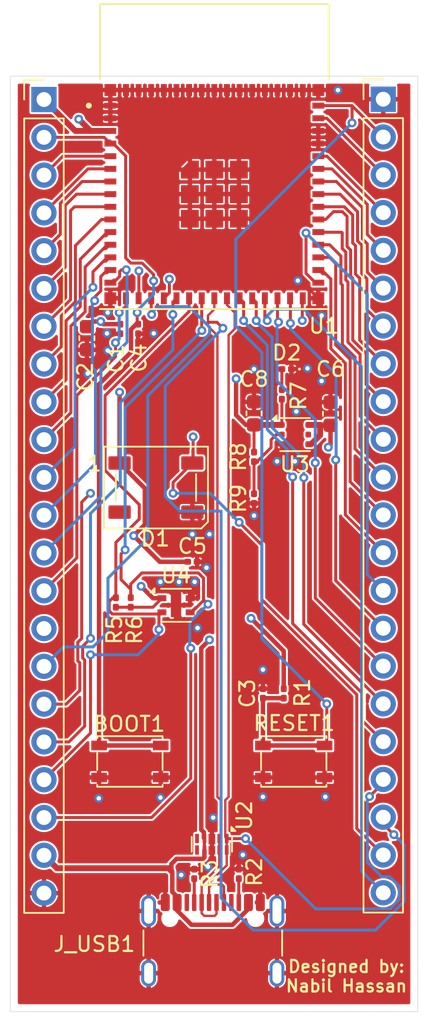
<source format=kicad_pcb>
(kicad_pcb (version 20240108) (generator "pcbnew") (generator_version "8.0")
  (layers (0 "F.Cu" signal "L1") (1 "In1.Cu" power "L2") (2 "In2.Cu" signal "L3") (31 "B.Cu" signal "L4") (34 "B.Paste" user) (35 "F.Paste" user) (36 "B.SilkS" user "B.Silkscreen") (37 "F.SilkS" user "F.Silkscreen") (38 "B.Mask" user) (39 "F.Mask" user) (44 "Edge.Cuts" user))
  (net 0 "")
  (net 1 "GND")
  (net 2 "/GPIO0")
  (net 3 "/3.3V")
  (net 4 "/ESP32_EN")
  (net 5 "/5VUSB")
  (net 7 "/GPIO48")
  (net 8 "Net-(D2-A)")
  (net 9 "/GPIO2")
  (net 10 "/GPIO14")
  (net 11 "/GPIO8")
  (net 12 "/GPIO10")
  (net 13 "/GPIO3")
  (net 14 "/GPIO11")
  (net 15 "/GPIO9")
  (net 16 "/GPIO1")
  (net 17 "/GPIO13")
  (net 18 "/GPIO12")
  (net 19 "/I2C_SCL")
  (net 20 "/GPIO5")
  (net 21 "/GPIO16")
  (net 22 "/GPIO7")
  (net 23 "/GPIO15")
  (net 24 "/GPIO4")
  (net 25 "/I2C_SDA")
  (net 26 "/GPIO6")
  (net 27 "/GPIO38")
  (net 28 "/U0TXD")
  (net 29 "/USB_P")
  (net 30 "/GPIO36")
  (net 31 "/USB_N")
  (net 32 "/GPIO41")
  (net 33 "/GPIO21")
  (net 34 "/GPIO46")
  (net 35 "/GPIO47")
  (net 36 "/GPIO45")
  (net 37 "/GPIO39")
  (net 38 "/GPIO35")
  (net 39 "/GPIO33")
  (net 40 "/GPIO40")
  (net 41 "/GPIO37")
  (net 42 "/GPIO42")
  (net 43 "/U0RXD")
  (net 44 "/GPIO34")
  (net 45 "/GPIO26")
  (net 48 "Net-(J_USB1-CC1)")
  (net 49 "Net-(J_USB1-CC2)")
  (net 50 "Net-(U3-FB)")
  (footprint "LED_SMD:LED_WS2812B_PLCC4_5.0x5.0mm_P3.2mm" (layer "F.Cu") (at 128.85 97.4125)
    (property "Reference" "D1")
    (property "Value" "WS2812B" (hide yes))
  )
  (footprint "Button_Switch_SMD:SW_SPST_PTS810" (layer "F.Cu") (at 138.125 115.825 180)
    (property "Reference" "RESET1")
    (property "Value" "SW_Push" (hide yes))
  )
  (footprint "Package_DFN_QFN:AMS_QFN-4-1EP_2x2mm_P0.95mm_EP0.7x1.6mm" (layer "F.Cu") (at 130.2 105.325)
    (property "Reference" "U4")
    (property "Value" "ENS210" (hide yes))
  )
  (footprint "Connector_USB:USB_C_Receptacle_GCT_USB4105-xx-A_16P_TopMnt_Horizontal" (layer "F.Cu") (at 132.675 128.98)
    (property "Reference" "J_USB1")
    (property "Value" "USB_C_Receptacle_USB2.0_16P" (hide yes))
  )
  (footprint "Capacitor_SMD:C_0201_0603Metric" (layer "F.Cu") (at 136.05 111.25 90)
    (property "Reference" "C3")
    (property "Value" "0.1uF" (hide yes))
  )
  (footprint "Capacitor_SMD:C_0603_1608Metric" (layer "F.Cu") (at 124.2 87.375 -90)
    (property "Reference" "C2")
    (property "Value" "10uF" (hide yes))
  )
  (footprint "Button_Switch_SMD:SW_SPST_PTS810" (layer "F.Cu") (at 127.095 115.825 180)
    (property "Reference" "BOOT1")
    (property "Value" "~" (hide yes))
  )
  (footprint "ESP32-S3-MINI-1-N8_SNAP:XCVR_ESP32-S3-MINI-1-N8" (layer "F.Cu") (at 132.78 77.69)
    (property "Reference" "U1")
    (property "Value" "ESP32-S3-MINI-1-N8" (hide yes))
  )
  (footprint "Resistor_SMD:R_0201_0603Metric" (layer "F.Cu") (at 135.45 95.35 90)
    (property "Reference" "R8")
    (property "Value" "1M" (hide yes))
  )
  (footprint "Resistor_SMD:R_0201_0603Metric" (layer "F.Cu") (at 127.15 105.13 -90)
    (property "Reference" "R6")
    (property "Value" "10K" (hide yes))
  )
  (footprint "LED_SMD:LED_0201_0603Metric" (layer "F.Cu") (at 137.65 89.45 180)
    (property "Reference" "D2")
    (property "Value" "RED LED" (hide yes))
  )
  (footprint "Connector_PinHeader_2.54mm:PinHeader_1x22_P2.54mm_Vertical" (layer "F.Cu") (at 144.15 71.31)
    (property "Reference" "J2" (hide yes))
    (property "Value" "Conn_01x22_Pin" (hide yes))
  )
  (footprint "Package_DFN_QFN:Diodes_UDFN-10_1.0x2.5mm_P0.5mm" (layer "F.Cu") (at 132.6125 121.3875 -90)
    (property "Reference" "U2")
    (property "Value" "D3V3XA4B10LP" (hide yes))
  )
  (footprint "Capacitor_SMD:C_0201_0603Metric" (layer "F.Cu") (at 126.45 86.75 -90)
    (property "Reference" "C1")
    (property "Value" "0.1uF" (hide yes))
  )
  (footprint "Capacitor_SMD:C_0201_0603Metric" (layer "F.Cu") (at 131.3 102.4)
    (property "Reference" "C5")
    (property "Value" "0.1uF" (hide yes))
  )
  (footprint "Resistor_SMD:R_0201_0603Metric" (layer "F.Cu") (at 131.425 123.38 -90)
    (property "Reference" "R3")
    (property "Value" "5.1K" (hide yes))
  )
  (footprint "Capacitor_SMD:C_0201_0603Metric" (layer "F.Cu") (at 127.65 86.75 -90)
    (property "Reference" "C4")
    (property "Value" "0.1uF" (hide yes))
  )
  (footprint "Resistor_SMD:R_0201_0603Metric" (layer "F.Cu") (at 126.15 105.135 -90)
    (property "Reference" "R5")
    (property "Value" "10K" (hide yes))
  )
  (footprint "Resistor_SMD:R_0201_0603Metric" (layer "F.Cu") (at 135.45 98.15 90)
    (property "Reference" "R9")
    (property "Value" "200k" (hide yes))
  )
  (footprint "Resistor_SMD:R_0201_0603Metric" (layer "F.Cu") (at 134.425 123.38 -90)
    (property "Reference" "R2")
    (property "Value" "5.1K" (hide yes))
  )
  (footprint "Connector_PinHeader_2.54mm:PinHeader_1x22_P2.54mm_Vertical" (layer "F.Cu") (at 121.31 71.33)
    (property "Reference" "J1" (hide yes))
    (property "Value" "Conn_01x22_Pin" (hide yes))
  )
  (footprint "Resistor_SMD:R_0201_0603Metric" (layer "F.Cu") (at 137.325 91.15 -90)
    (property "Reference" "R7")
    (property "Value" "5.1k" (hide yes))
  )
  (footprint "Capacitor_SMD:C_0603_1608Metric" (layer "F.Cu") (at 140.6 92.45 90)
    (property "Reference" "C6")
    (property "Value" "10uF" (hide yes))
  )
  (footprint "Resistor_SMD:R_0201_0603Metric" (layer "F.Cu") (at 137.45 111.25 90)
    (property "Reference" "R1")
    (property "Value" "10K" (hide yes))
  )
  (footprint "Capacitor_SMD:C_0603_1608Metric" (layer "F.Cu") (at 135.45 92.425 90)
    (property "Reference" "C8")
    (property "Value" "10uF" (hide yes))
  )
  (footprint "Package_SON:WSON-6-1EP_2x2mm_P0.65mm_EP1x1.6mm" (layer "F.Cu") (at 138.2125 93.85)
    (property "Reference" "U3")
    (property "Value" "TLV75801PDRV" (hide yes))
  )
  (gr_rect (start 119.045 69.76) (end 146.475 132.64) (stroke (width 0.0381)) (fill none) (layer "Edge.Cuts"))
  (gr_text "Designed by:\nNabil Hassan" (at 141.67 131.39 0) (layer "F.SilkS") (effects (font (size 0.8128 0.8128) (thickness 0.1524) (bold yes)) (justify bottom)))
  (segment (start 125.02 118.28) (end 125 118.3) (width 0.2) (layer "F.Cu") (net 1))
  (segment (start 132.25 102.8) (end 131.85 102.4) (width 0.2) (layer "F.Cu") (net 1))
  (segment (start 131.45 104.55) (end 131.15 104.85) (width 0.2) (layer "F.Cu") (net 1))
  (segment (start 124.2 88.15) (end 125.55 88.15) (width 0.3) (layer "F.Cu") (net 1))
  (segment (start 134.425 122.375) (end 134.425 123.06) (width 0.2) (layer "F.Cu") (net 1))
  (segment (start 138.4 83.5) (end 138.59 83.5) (width 0.2) (layer "F.Cu") (net 1))
  (segment (start 137.97 89.45) (end 139 89.45) (width 0.2) (layer "F.Cu") (net 1))
  (segment (start 132.45 100.212) (end 131.3 99.0625) (width 0.2) (layer "F.Cu") (net 1))
  (segment (start 128.7 87.05) (end 127.67 87.05) (width 0.2) (layer "F.Cu") (net 1))
  (segment (start 138.2 95.65) (end 138.2 93.8625) (width 0.3) (layer "F.Cu") (net 1))
  (segment (start 130.4 103.75) (end 130.4 105.125) (width 0.3) (layer "F.Cu") (net 1))
  (segment (start 125.02 116.9) (end 125.02 118.28) (width 0.2) (layer "F.Cu") (net 1))
  (segment (start 131.45 103.75) (end 131.45 104.55) (width 0.2) (layer "F.Cu") (net 1))
  (segment (start 129.15 103.75) (end 130.2 104.8) (width 0.3) (layer "F.Cu") (net 1))
  (segment (start 131.65 106.85) (end 131.146 106.85) (width 0.3) (layer "F.Cu") (net 1))
  (segment (start 132.35 122.9) (end 132.612 122.638) (width 0.2) (layer "F.Cu") (net 1))
  (segment (start 124.2 88.15) (end 124.2 89.7) (width 0.3) (layer "F.Cu") (net 1))
  (segment (start 138.3 92.3) (end 138.3 93.7625) (width 0.3) (layer "F.Cu") (net 1))
  (segment (start 131.425 123.06) (end 130.94 123.06) (width 0.3) (layer "F.Cu") (net 1))
  (segment (start 138.59 83.5) (end 139.78 84.69) (width 0.2) (layer "F.Cu") (net 1))
  (segment (start 136.05 110.93) (end 136.05 109.65) (width 0.2) (layer "F.Cu") (net 1))
  (segment (start 140.2 118.15) (end 140.25 118.2) (width 0.2) (layer "F.Cu") (net 1))
  (segment (start 132.612 122.638) (end 132.612 121.8) (width 0.2) (layer "F.Cu") (net 1))
  (segment (start 139 89.45) (end 139.05 89.4) (width 0.2) (layer "F.Cu") (net 1))
  (segment (start 137.325 94.5) (end 137.325 95.325) (width 0.3) (layer "F.Cu") (net 1))
  (segment (start 131.146 106.85) (end 130.2 105.904) (width 0.3) (layer "F.Cu") (net 1))
  (segment (start 131.85 102.4) (end 131.62 102.4) (width 0.2) (layer "F.Cu") (net 1))
  (segment (start 132.45 100.55) (end 132.45 100.212) (width 0.2) (layer "F.Cu") (net 1))
  (segment (start 136.05 116.9) (end 136.05 118.2) (width 0.2) (layer "F.Cu") (net 1))
  (segment (start 137.325 95.325) (end 137 95.65) (width 0.3) (layer "F.Cu") (net 1))
  (segment (start 129.17 116.9) (end 129.17 118.23) (width 0.2) (layer "F.Cu") (net 1))
  (segment (start 140.6 90.85) (end 140 90.25) (width 0.2) (layer "F.Cu") (net 1))
  (segment (start 125.78 84.69) (end 125.78 85.37) (width 0.2) (layer "F.Cu") (net 1))
  (segment (start 140.2 116.9) (end 140.2 118.15) (width 0.2) (layer "F.Cu") (net 1))
  (segment (start 130.94 123.06) (end 130.55 123.45) (width 0.3) (layer "F.Cu") (net 1))
  (segment (start 125.78 85.37) (end 125.6 85.55) (width 0.2) (layer "F.Cu") (net 1))
  (segment (start 131.3 99.0625) (end 131.3 100.55) (width 0.2) (layer "F.Cu") (net 1))
  (segment (start 135.45 98.47) (end 135.45 99.3) (width 0.2) (layer "F.Cu") (net 1))
  (segment (start 140.6 91.35) (end 140.6 90.85) (width 0.2) (layer "F.Cu") (net 1))
  (segment (start 132.7 119.6) (end 132.612 119.688) (width 0.2) (layer "F.Cu") (net 1))
  (segment (start 125.55 88.15) (end 125.6 88.2) (width 0.3) (layer "F.Cu") (net 1))
  (segment (start 141.1 70.7) (end 139.79 70.7) (width 0.2) (layer "F.Cu") (net 1))
  (segment (start 140 85.85) (end 140 84.91) (width 0.2) (layer "F.Cu") (net 1))
  (segment (start 124.2 89.7) (end 124.25 89.75) (width 0.3) (layer "F.Cu") (net 1))
  (segment (start 132.612 119.688) (end 132.612 121.038) (width 0.2) (layer "F.Cu") (net 1))
  (segment (start 135.45 91.65) (end 135.45 89.45) (width 0.2) (layer "F.Cu") (net 1))
  (segment (start 129.17 118.23) (end 129.15 118.25) (width 0.2) (layer "F.Cu") (net 1))
  (segment (start 134.7 122.1) (end 134.425 122.375) (width 0.2) (layer "F.Cu") (net 1))
  (segment (start 125.55 87.05) (end 126.43 87.05) (width 0.2) (layer "F.Cu") (net 1))
  (via (at 128.7 87.05) (size 0.6) (drill 0.3) (layers "F.Cu" "B.Cu") (net 1))
  (via (at 131.45 103.75) (size 0.6) (drill 0.3) (layers "F.Cu" "B.Cu") (net 1))
  (via (at 137 95.65) (size 0.6) (drill 0.3) (layers "F.Cu" "B.Cu") (net 1))
  (via (at 136.05 118.2) (size 0.6) (drill 0.3) (layers "F.Cu" "B.Cu") (net 1))
  (via (at 125.6 88.2) (size 0.6) (drill 0.3) (layers "F.Cu" "B.Cu") (net 1))
  (via (at 138.2 95.65) (size 0.6) (drill 0.3) (layers "F.Cu" "B.Cu") (net 1))
  (via (at 125.6 85.65) (size 0.6) (drill 0.3) (layers "F.Cu" "B.Cu") (net 1))
  (via (at 131.3 100.55) (size 0.6) (drill 0.3) (layers "F.Cu" "B.Cu") (net 1))
  (via (at 140 90.25) (size 0.6) (drill 0.3) (layers "F.Cu" "B.Cu") (net 1))
  (via (at 131.65 106.85) (size 0.6) (drill 0.3) (layers "F.Cu" "B.Cu") (net 1))
  (via (at 130.4 103.75) (size 0.6) (drill 0.3) (layers "F.Cu" "B.Cu") (net 1))
  (via (at 138.4 83.5) (size 0.6) (drill 0.3) (layers "F.Cu" "B.Cu") (net 1))
  (via (at 129.15 118.25) (size 0.6) (drill 0.3) (layers "F.Cu" "B.Cu") (net 1))
  (via (at 125.55 87.05) (size 0.6) (drill 0.3) (layers "F.Cu" "B.Cu") (net 1))
  (via (at 136.05 109.65) (size 0.6) (drill 0.3) (layers "F.Cu" "B.Cu") (net 1))
  (via (at 132.7 119.6) (size 0.6) (drill 0.3) (layers "F.Cu" "B.Cu") (net 1))
  (via (at 139.05 89.4) (size 0.6) (drill 0.3) (layers "F.Cu" "B.Cu") (net 1))
  (via (at 132.45 100.55) (size 0.6) (drill 0.3) (layers "F.Cu" "B.Cu") (net 1))
  (via (at 141.1 70.7) (size 0.6) (drill 0.3) (layers "F.Cu" "B.Cu") (net 1))
  (via (at 135.45 89.45) (size 0.6) (drill 0.3) (layers "F.Cu" "B.Cu") (net 1))
  (via (at 125 118.3) (size 0.6) (drill 0.3) (layers "F.Cu" "B.Cu") (net 1))
  (via (at 134.7 122.1) (size 0.6) (drill 0.3) (layers "F.Cu" "B.Cu") (net 1))
  (via (at 138.3 92.3) (size 0.6) (drill 0.3) (layers "F.Cu" "B.Cu") (net 1))
  (via (at 132.35 122.9) (size 0.6) (drill 0.3) (layers "F.Cu" "B.Cu") (net 1))
  (via (at 140.25 118.2) (size 0.6) (drill 0.3) (layers "F.Cu" "B.Cu") (net 1))
  (via (at 135.45 99.3) (size 0.6) (drill 0.3) (layers "F.Cu" "B.Cu") (net 1))
  (via (at 140 85.85) (size 0.6) (drill 0.3) (layers "F.Cu" "B.Cu") (net 1))
  (via (at 124.25 89.75) (size 0.6) (drill 0.3) (layers "F.Cu" "B.Cu") (net 1))
  (via (at 129.15 103.75) (size 0.6) (drill 0.3) (layers "F.Cu" "B.Cu") (net 1))
  (via (at 132.25 102.8) (size 0.6) (drill 0.3) (layers "F.Cu" "B.Cu") (net 1))
  (via (at 130.55 123.45) (size 0.6) (drill 0.3) (layers "F.Cu" "B.Cu") (net 1))
  (segment (start 126.81 75.12) (end 125.98 74.29) (width 0.2) (layer "F.Cu") (net 2))
  (segment (start 127.173 88.3129) (end 127.173 86.7811) (width 0.3) (layer "F.Cu") (net 2))
  (segment (start 125.02 114.75) (end 129.17 114.75) (width 0.3) (layer "F.Cu") (net 2))
  (segment (start 125.57 74.08) (end 125.77 74.08) (width 0.127) (layer "F.Cu") (net 2))
  (segment (start 125.57 74.08) (end 125.78 74.29) (width 0.2) (layer "F.Cu") (net 2))
  (segment (start 127.173 86.7811) (end 127.524 86.43) (width 0.3) (layer "F.Cu") (net 2))
  (segment (start 127.585 86.43) (end 127.65 86.43) (width 0.3) (layer "F.Cu") (net 2))
  (segment (start 127.918 82.323) (end 127.153 82.323) (width 0.2) (layer "F.Cu") (net 2))
  (segment (start 127.153 82.323) (end 126.81 81.98) (width 0.2) (layer "F.Cu") (net 2))
  (segment (start 125.36 73.87) (end 125.57 74.08) (width 0.2) (layer "F.Cu") (net 2))
  (segment (start 125.02 114.75) (end 125.02 90.4659) (width 0.3) (layer "F.Cu") (net 2))
  (segment (start 121.31 73.87) (end 125.36 73.87) (width 0.2) (layer "F.Cu") (net 2))
  (segment (start 128.69 83.52) (end 128.69 83.0947) (width 0.2) (layer "F.Cu") (net 2))
  (segment (start 127.585 85.65) (end 127.585 86.3653) (width 0.2) (layer "F.Cu") (net 2))
  (segment (start 127.524 86.43) (end 127.585 86.43) (width 0.3) (layer "F.Cu") (net 2))
  (segment (start 125.77 74.08) (end 125.98 74.29) (width 0.127) (layer "F.Cu") (net 2))
  (segment (start 125.02 90.4659) (end 127.173 88.3129) (width 0.3) (layer "F.Cu") (net 2))
  (segment (start 126.81 81.98) (end 126.81 75.12) (width 0.2) (layer "F.Cu") (net 2))
  (segment (start 127.585 85.517) (end 127.585 85.65) (width 0.2) (layer "F.Cu") (net 2))
  (segment (start 128.69 83.0947) (end 127.918 82.323) (width 0.2) (layer "F.Cu") (net 2))
  (segment (start 127.585 86.3653) (end 127.585 86.43) (width 0.127) (layer "F.Cu") (net 2))
  (via (at 128.69 83.52) (size 0.6) (drill 0.3) (layers "F.Cu" "B.Cu") (net 2))
  (via (at 127.585 85.65) (size 0.6) (drill 0.3) (layers "F.Cu" "B.Cu") (net 2))
  (segment (start 128.69 84.4123) (end 127.585 85.517) (width 0.2) (layer "B.Cu") (net 2))
  (segment (start 128.69 83.52) (end 128.69 84.4123) (width 0.2) (layer "B.Cu") (net 2))
  (segment (start 124.44 73.44) (end 125.78 73.44) (width 0.3) (layer "F.Cu") (net 3))
  (segment (start 123.65 72.65) (end 124.44 73.44) (width 0.4) (layer "F.Cu") (net 3))
  (segment (start 129.25 104.85) (end 128.645 105.455) (width 0.2) (layer "F.Cu") (net 3))
  (segment (start 129.1 102.4) (end 127.35 100.65) (width 0.3) (layer "F.Cu") (net 3))
  (segment (start 137.325 91.47) (end 137.325 93.2) (width 0.2) (layer "F.Cu") (net 3))
  (segment (start 137.45 108.4) (end 135.25 106.2) (width 0.3) (layer "F.Cu") (net 3))
  (segment (start 128.1 99.9) (end 128.1 97.4625) (width 0.3) (layer "F.Cu") (net 3))
  (segment (start 134.9 93.2) (end 135.45 93.2) (width 0.3) (layer "F.Cu") (net 3))
  (segment (start 123.42 73.44) (end 121.31 71.33) (width 0.4) (layer "F.Cu") (net 3))
  (segment (start 128.1 97.4625) (end 126.4 95.7625) (width 0.3) (layer "F.Cu") (net 3))
  (segment (start 134.244 92.5436) (end 134.9 93.2) (width 0.3) (layer "F.Cu") (net 3))
  (segment (start 124.55 86.25) (end 124.2 86.6) (width 0.3) (layer "F.Cu") (net 3))
  (segment (start 134.244 90.1) (end 134.244 92.5436) (width 0.3) (layer "F.Cu") (net 3))
  (segment (start 127.155 105.455) (end 127.15 105.45) (width 0.127) (layer "F.Cu") (net 3))
  (segment (start 137.325 93.2) (end 135.45 93.2) (width 0.4) (layer "F.Cu") (net 3))
  (segment (start 128.65 104.85) (end 127.848 104.048) (width 0.3) (layer "F.Cu") (net 3))
  (segment (start 137.45 110.93) (end 137.45 108.4) (width 0.3) (layer "F.Cu") (net 3))
  (segment (start 125.31 86.43) (end 126.45 86.43) (width 0.3) (layer "F.Cu") (net 3))
  (segment (start 127.155 105.455) (end 126.15 105.455) (width 0.2) (layer "F.Cu") (net 3))
  (segment (start 128.645 105.455) (end 127.155 105.455) (width 0.2) (layer "F.Cu") (net 3))
  (segment (start 125.13 86.25) (end 125.31 86.43) (width 0.3) (layer "F.Cu") (net 3))
  (segment (start 125.78 73.44) (end 124.44 73.44) (width 0.4) (layer "F.Cu") (net 3))
  (segment (start 135.45 95.03) (end 135.45 93.2) (width 0.2) (layer "F.Cu") (net 3))
  (segment (start 127.35 100.65) (end 128.1 99.9) (width 0.3) (layer "F.Cu") (net 3))
  (segment (start 125.13 86.25) (end 124.55 86.25) (width 0.3) (layer "F.Cu") (net 3))
  (segment (start 126.4 91) (end 126.4 95.7625) (width 0.3) (layer "F.Cu") (net 3))
  (segment (start 129.25 104.85) (end 128.65 104.85) (width 0.3) (layer "F.Cu") (net 3))
  (segment (start 130.98 102.4) (end 129.1 102.4) (width 0.3) (layer "F.Cu") (net 3))
  (segment (start 124.44 73.44) (end 123.42 73.44) (width 0.4) (layer "F.Cu") (net 3))
  (via (at 134.244 90.1) (size 0.6) (drill 0.3) (layers "F.Cu" "B.Cu") (net 3))
  (via (at 123.65 72.65) (size 0.6) (drill 0.3) (layers "F.Cu" "B.Cu") (net 3))
  (via (at 135.25 106.2) (size 0.6) (drill 0.3) (layers "F.Cu" "B.Cu") (net 3))
  (via (at 125.13 86.25) (size 0.6) (drill 0.3) (layers "F.Cu" "B.Cu") (net 3))
  (via (at 127.848 104.048) (size 0.6) (drill 0.3) (layers "F.Cu" "B.Cu") (net 3))
  (via (at 126.4 91) (size 0.6) (drill 0.3) (layers "F.Cu" "B.Cu") (net 3))
  (via (at 127.35 100.65) (size 0.6) (drill 0.3) (layers "F.Cu" "B.Cu") (net 3))
  (segment (start 142.05 71.75) (end 142.04 71.74) (width 0.2) (layer "F.Cu") (net 4))
  (segment (start 137.45 111.57) (end 136.05 111.57) (width 0.3) (layer "F.Cu") (net 4))
  (segment (start 140.2 114.75) (end 140.35 114.6) (width 0.127) (layer "F.Cu") (net 4))
  (segment (start 144.15 73.85) (end 142.05 71.75) (width 0.2) (layer "F.Cu") (net 4))
  (segment (start 142.04 71.74) (end 139.78 71.74) (width 0.2) (layer "F.Cu") (net 4))
  (segment (start 142.05 71.75) (end 142.05 72.9) (width 0.2) (layer "F.Cu") (net 4))
  (segment (start 140.35 111.95) (end 140.35 114.6) (width 0.2) (layer "F.Cu") (net 4))
  (segment (start 142.04 71.74) (end 142.05 71.75) (width 0.2) (layer "F.Cu") (net 4))
  (segment (start 140.2 114.75) (end 136.05 114.75) (width 0.3) (layer "F.Cu") (net 4))
  (segment (start 136.05 111.57) (end 136.05 114.75) (width 0.3) (layer "F.Cu") (net 4))
  (via (at 140.35 111.95) (size 0.6) (drill 0.3) (layers "F.Cu" "B.Cu") (net 4))
  (via (at 142.05 72.9) (size 0.6) (drill 0.3) (layers "F.Cu" "B.Cu") (net 4))
  (segment (start 134.223 80.727) (end 134.223 86.5683) (width 0.2) (layer "B.Cu") (net 4))
  (segment (start 134.223 86.5683) (end 135.977 88.3223) (width 0.2) (layer "B.Cu") (net 4))
  (segment (start 142.05 72.9) (end 134.223 80.727) (width 0.2) (layer "B.Cu") (net 4))
  (segment (start 135.977 88.3223) (end 135.977 107.577) (width 0.2) (layer "B.Cu") (net 4))
  (segment (start 135.977 107.577) (end 140.35 111.95) (width 0.2) (layer "B.Cu") (net 4))
  (segment (start 132.073 120.96) (end 132.0925 120.98) (width 0.2) (layer "F.Cu") (net 5))
  (segment (start 131.9 120.41) (end 131.9 108.2) (width 0.3) (layer "F.Cu") (net 5))
  (segment (start 132.11 122.0215) (end 132.1125 122.019) (width 0.127) (layer "F.Cu") (net 5))
  (segment (start 131.9 108.2) (end 132.45 107.65) (width 0.3) (layer "F.Cu") (net 5))
  (segment (start 130.275 125.3) (end 130.275 124.917) (width 0.127) (layer "F.Cu") (net 5))
  (segment (start 135.0693 125.3057) (end 135.075 125.3) (width 0.127) (layer "F.Cu") (net 5))
  (segment (start 132.11 122.268) (end 132.11 122.0215) (width 0.3) (layer "F.Cu") (net 5))
  (segment (start 129.888 123.188) (end 129.888 122.712) (width 0.3) (layer "F.Cu") (net 5))
  (segment (start 132.1125 121.388) (end 132.1125 121.775) (width 0.127) (layer "F.Cu") (net 5))
  (segment (start 140.6 93.225) (end 139.925 93.225) (width 0.4) (layer "F.Cu") (net 5))
  (segment (start 132.0925 120.98) (end 132.112 121) (width 0.2) (layer "F.Cu") (net 5))
  (segment (start 131.235 126.8) (end 130.275 125.84) (width 0.3) (layer "F.Cu") (net 5))
  (segment (start 139.9 93.8875) (end 139.9 93.2) (width 0.4) (layer "F.Cu") (net 5))
  (segment (start 139.1 94.5) (end 139.287 94.5) (width 0.4) (layer "F.Cu") (net 5))
  (segment (start 121.31 122.13) (end 122.18 123) (width 0.4) (layer "F.Cu") (net 5))
  (segment (start 129.95 123.25) (end 129.888 123.188) (width 0.3) (layer "F.Cu") (net 5))
  (segment (start 132.11 122.0215) (end 132.11 121.775) (width 0.3) (layer "F.Cu") (net 5))
  (segment (start 132.112 121.3875) (end 132.112 121.775) (width 0.2) (layer "F.Cu") (net 5))
  (segment (start 130.236 122.364) (end 132.014 122.364) (width 0.3) (layer "F.Cu") (net 5))
  (segment (start 132.112 121.3875) (end 132.1125 121.388) (width 0.127) (layer "F.Cu") (net 5))
  (segment (start 135.0693 125.7307) (end 135.0693 125.3057) (width 0.127) (layer "F.Cu") (net 5))
  (segment (start 129.95 124.592) (end 129.95 123.25) (width 0.3) (layer "F.Cu") (net 5))
  (segment (start 140.6 93.225) (end 140.6 94.55) (width 0.3) (layer "F.Cu") (net 5))
  (segment (start 132.112 121) (end 132.112 121.3875) (width 0.2) (layer "F.Cu") (net 5))
  (segment (start 139.925 93.225) (end 139.9 93.2) (width 0.4) (layer "F.Cu") (net 5))
  (segment (start 140.6 94.55) (end 140.45 94.7) (width 0.3) (layer "F.Cu") (net 5))
  (segment (start 135.075 125.725) (end 135.0693 125.7307) (width 0.3) (layer "F.Cu") (net 5))
  (segment (start 132.073 120.96) (end 132.073 120.584) (width 0.3) (layer "F.Cu") (net 5))
  (segment (start 132.0925 120.98) (end 132.1125 121) (width 0.127) (layer "F.Cu") (net 5))
  (segment (start 139.287 94.5) (end 139.9 93.8875) (width 0.4) (layer "F.Cu") (net 5))
  (segment (start 135.0693 125.7307) (end 134 126.8) (width 0.3) (layer "F.Cu") (net 5))
  (segment (start 132.073 120.584) (end 131.9 120.41) (width 0.3) (layer "F.Cu") (net 5))
  (segment (start 134 126.8) (end 131.235 126.8) (width 0.3) (layer "F.Cu") (net 5))
  (segment (start 132.1125 122.019) (end 132.1125 121.775) (width 0.127) (layer "F.Cu") (net 5))
  (segment (start 130.275 124.917) (end 129.95 124.592) (width 0.3) (layer "F.Cu") (net 5))
  (segment (start 132.014 122.364) (end 132.11 122.268) (width 0.3) (layer "F.Cu") (net 5))
  (segment (start 139.9 93.2) (end 139.1 93.2) (width 0.4) (layer "F.Cu") (net 5))
  (segment (start 129.7 123) (end 129.888 123.188) (width 0.4) (layer "F.Cu") (net 5))
  (segment (start 122.18 123) (end 129.7 123) (width 0.4) (layer "F.Cu") (net 5))
  (segment (start 130.275 125.84) (end 130.275 125.3) (width 0.3) (layer "F.Cu") (net 5))
  (segment (start 129.888 122.712) (end 130.236 122.364) (width 0.3) (layer "F.Cu") (net 5))
  (via (at 132.45 107.65) (size 0.6) (drill 0.3) (layers "F.Cu" "B.Cu") (net 5))
  (via (at 140.45 94.7) (size 0.6) (drill 0.3) (layers "F.Cu" "B.Cu") (net 5))
  (segment (start 138.7 85.435) (end 138.73 85.405) (width 0.127) (layer "F.Cu") (net 7))
  (segment (start 130 97.0625) (end 131.3 95.7625) (width 0.2) (layer "F.Cu") (net 7))
  (segment (start 131.35 94.8562) (end 131.35 95.7125) (width 0.2) (layer "F.Cu") (net 7))
  (segment (start 142.369 120.329) (end 142.369 111.331) (width 0.2) (layer "F.Cu") (net 7))
  (segment (start 135.977 101.277) (end 134.45 99.75) (width 0.2) (layer "F.Cu") (net 7))
  (segment (start 138.7 85.435) (end 138.7 84.72) (width 0.2) (layer "F.Cu") (net 7))
  (segment (start 144.15 122.11) (end 142.369 120.329) (width 0.2) (layer "F.Cu") (net 7))
  (segment (start 131.3 94.9062) (end 131.3 95.7625) (width 0.127) (layer "F.Cu") (net 7))
  (segment (start 130 97.8) (end 130 97.0625) (width 0.2) (layer "F.Cu") (net 7))
  (segment (start 138.73 85.405) (end 138.73 84.69) (width 0.127) (layer "F.Cu") (net 7))
  (segment (start 131.35 94.8562) (end 131.3 94.9062) (width 0.127) (layer "F.Cu") (net 7))
  (segment (start 138.7 86.15) (end 138.7 85.435) (width 0.2) (layer "F.Cu") (net 7))
  (segment (start 142.369 111.331) (end 135.977 104.939) (width 0.2) (layer "F.Cu") (net 7))
  (segment (start 138.7 86.19) (end 138.7 86.15) (width 0.127) (layer "F.Cu") (net 7))
  (segment (start 135.977 104.939) (end 135.977 101.277) (width 0.2) (layer "F.Cu") (net 7))
  (segment (start 131.35 94) (end 131.35 94.8562) (width 0.2) (layer "F.Cu") (net 7))
  (via (at 130 97.8) (size 0.6) (drill 0.3) (layers "F.Cu" "B.Cu") (net 7))
  (via (at 138.7 86.19) (size 0.6) (drill 0.3) (layers "F.Cu" "B.Cu") (net 7))
  (via (at 134.45 99.75) (size 0.6) (drill 0.3) (layers "F.Cu" "B.Cu") (net 7))
  (via (at 131.35 94) (size 0.6) (drill 0.3) (layers "F.Cu" "B.Cu") (net 7))
  (segment (start 132.5 97.8) (end 130 97.8) (width 0.2) (layer "B.Cu") (net 7))
  (segment (start 134.45 99.75) (end 132.5 97.8) (width 0.2) (layer "B.Cu") (net 7))
  (segment (start 137.325 90.1425) (end 137.33 90.1375) (width 0.127) (layer "F.Cu") (net 8))
  (segment (start 137.325 90.83) (end 137.325 90.1425) (width 0.2) (layer "F.Cu") (net 8))
  (segment (start 137.325 90.1425) (end 137.325 89.455) (width 0.2) (layer "F.Cu") (net 8))
  (segment (start 137.33 90.1375) (end 137.33 89.45) (width 0.127) (layer "F.Cu") (net 8))
  (segment (start 124.27 75.99) (end 121.31 78.95) (width 0.2) (layer "F.Cu") (net 9))
  (segment (start 125.78 75.99) (end 124.27 75.99) (width 0.2) (layer "F.Cu") (net 9))
  (segment (start 128.56 85.7797) (end 128.56 85.67) (width 0.127) (layer "F.Cu") (net 10))
  (segment (start 128.56 85.67) (end 128.53 85.64) (width 0.2) (layer "F.Cu") (net 10))
  (segment (start 128.53 85.64) (end 128.53 84.69) (width 0.2) (layer "F.Cu") (net 10))
  (via (at 128.56 85.7797) (size 0.6) (drill 0.3) (layers "F.Cu" "B.Cu") (net 10))
  (segment (start 124.615 108.123) (end 122.617 108.123) (width 0.2) (layer "B.Cu") (net 10))
  (segment (start 128.3 100.818) (end 125.618 103.5) (width 0.2) (layer "B.Cu") (net 10))
  (segment (start 128.56 85.67) (end 128.977 85.2527) (width 0.2) (layer "B.Cu") (net 10))
  (segment (start 125.618 107.12) (end 124.615 108.123) (width 0.2) (layer "B.Cu") (net 10))
  (segment (start 131.08 85.2527) (end 132.466 86.6393) (width 0.2) (layer "B.Cu") (net 10))
  (segment (start 132.466 87.0759) (end 128.3 91.2423) (width 0.2) (layer "B.Cu") (net 10))
  (segment (start 128.977 85.2527) (end 131.08 85.2527) (width 0.2) (layer "B.Cu") (net 10))
  (segment (start 132.466 86.6393) (end 132.466 87.0759) (width 0.2) (layer "B.Cu") (net 10))
  (segment (start 122.617 108.123) (end 121.31 109.43) (width 0.2) (layer "B.Cu") (net 10))
  (segment (start 128.56 85.67) (end 128.56 85.7797) (width 0.127) (layer "B.Cu") (net 10))
  (segment (start 125.618 103.5) (end 125.618 107.12) (width 0.2) (layer "B.Cu") (net 10))
  (segment (start 128.3 91.2423) (end 128.3 100.818) (width 0.2) (layer "B.Cu") (net 10))
  (segment (start 125.58 81.09) (end 125.2868 81.3832) (width 0.2) (layer "F.Cu") (net 11))
  (segment (start 123.125 92.3748) (end 121.31 94.19) (width 0.2) (layer "F.Cu") (net 11))
  (segment (start 123.125 86.55) (end 123.125 92.3748) (width 0.2) (layer "F.Cu") (net 11))
  (segment (start 124.081 85.5942) (end 123.125 86.55) (width 0.2) (layer "F.Cu") (net 11))
  (segment (start 124.081 82.589) (end 124.081 85.5942) (width 0.2) (layer "F.Cu") (net 11))
  (segment (start 125.2868 81.3832) (end 124.081 82.589) (width 0.2) (layer "F.Cu") (net 11))
  (segment (start 125.2868 81.3832) (end 125.4868 81.3832) (width 0.127) (layer "F.Cu") (net 11))
  (segment (start 125.4868 81.3832) (end 125.78 81.09) (width 0.127) (layer "F.Cu") (net 11))
  (segment (start 124.72 84.6114) (end 125.135 84.1965) (width 0.2) (layer "F.Cu") (net 12))
  (segment (start 125.3555 83.0105) (end 125.5595 83.0105) (width 0.127) (layer "F.Cu") (net 12))
  (segment (start 124.656 84.6754) (end 124.72 84.6114) (width 0.2) (layer "F.Cu") (net 12))
  (segment (start 125.5595 83.0105) (end 125.78 82.79) (width 0.127) (layer "F.Cu") (net 12))
  (segment (start 125.135 84.1965) (end 125.135 83.231) (width 0.2) (layer "F.Cu") (net 12))
  (segment (start 125.3555 83.0105) (end 125.576 82.79) (width 0.2) (layer "F.Cu") (net 12))
  (segment (start 125.135 83.231) (end 125.3555 83.0105) (width 0.2) (layer "F.Cu") (net 12))
  (segment (start 124.72 84.6114) (end 124.72 84.85) (width 0.127) (layer "F.Cu") (net 12))
  (via (at 124.72 84.85) (size 0.6) (drill 0.3) (layers "F.Cu" "B.Cu") (net 12))
  (segment (start 124.72 84.85) (end 124.57 84.85) (width 0.127) (layer "B.Cu") (net 12))
  (segment (start 124.57 84.85) (end 124.57 89.3247) (width 0.2) (layer "B.Cu") (net 12))
  (segment (start 124.777 89.5317) (end 124.777 95.803) (width 0.2) (layer "B.Cu") (net 12))
  (segment (start 124.57 84.7615) (end 124.57 84.85) (width 0.2) (layer "B.Cu") (net 12))
  (segment (start 124.57 89.3247) (end 124.777 89.5317) (width 0.2) (layer "B.Cu") (net 12))
  (segment (start 124.777 95.803) (end 121.31 99.27) (width 0.2) (layer "B.Cu") (net 12))
  (segment (start 123.882 76.84) (end 122.411 78.3112) (width 0.2) (layer "F.Cu") (net 13))
  (segment (start 122.411 78.3112) (end 122.411 80.3888) (width 0.2) (layer "F.Cu") (net 13))
  (segment (start 125.78 76.84) (end 123.882 76.84) (width 0.2) (layer "F.Cu") (net 13))
  (segment (start 122.411 80.3888) (end 121.31 81.49) (width 0.2) (layer "F.Cu") (net 13))
  (segment (start 126.407 83.217) (end 126.1955 83.4285) (width 0.2) (layer "F.Cu") (net 14))
  (segment (start 126.526 82.774) (end 126.407 82.893) (width 0.2) (layer "F.Cu") (net 14))
  (segment (start 126.407 82.893) (end 126.407 83.217) (width 0.2) (layer "F.Cu") (net 14))
  (segment (start 126.1955 83.4285) (end 125.984 83.64) (width 0.2) (layer "F.Cu") (net 14))
  (segment (start 125.9915 83.4285) (end 125.78 83.64) (width 0.127) (layer "F.Cu") (net 14))
  (segment (start 126.1955 83.4285) (end 125.9915 83.4285) (width 0.127) (layer "F.Cu") (net 14))
  (segment (start 126.85 82.774) (end 126.526 82.774) (width 0.2) (layer "F.Cu") (net 14))
  (via (at 126.85 82.774) (size 0.6) (drill 0.3) (layers "F.Cu" "B.Cu") (net 14))
  (segment (start 125.144 97.976) (end 121.31 101.81) (width 0.2) (layer "B.Cu") (net 14))
  (segment (start 126.9 82.824) (end 126.9 87.6453) (width 0.2) (layer "B.Cu") (net 14))
  (segment (start 126.85 82.774) (end 126.9 82.824) (width 0.2) (layer "B.Cu") (net 14))
  (segment (start 126.9 87.6453) (end 125.144 89.4013) (width 0.2) (layer "B.Cu") (net 14))
  (segment (start 125.144 89.4013) (end 125.144 97.976) (width 0.2) (layer "B.Cu") (net 14))
  (segment (start 124.608 82.908) (end 124.608 83.95) (width 0.2) (layer "F.Cu") (net 15))
  (segment (start 125.2828 82.2332) (end 125.4868 82.2332) (width 0.127) (layer "F.Cu") (net 15))
  (segment (start 125.576 81.94) (end 125.2828 82.2332) (width 0.2) (layer "F.Cu") (net 15))
  (segment (start 125.2828 82.2332) (end 124.608 82.908) (width 0.2) (layer "F.Cu") (net 15))
  (segment (start 125.4868 82.2332) (end 125.78 81.94) (width 0.127) (layer "F.Cu") (net 15))
  (via (at 124.608 83.95) (size 0.6) (drill 0.3) (layers "F.Cu" "B.Cu") (net 15))
  (segment (start 123.4 94.64) (end 121.31 96.73) (width 0.2) (layer "B.Cu") (net 15))
  (segment (start 123.4 85.158) (end 123.4 94.64) (width 0.2) (layer "B.Cu") (net 15))
  (segment (start 124.608 83.95) (end 123.4 85.158) (width 0.2) (layer "B.Cu") (net 15))
  (segment (start 122.58 75.14) (end 121.31 76.41) (width 0.2) (layer "F.Cu") (net 16))
  (segment (start 125.78 75.14) (end 122.58 75.14) (width 0.2) (layer "F.Cu") (net 16))
  (segment (start 127.68 83.78) (end 127.68 84.69) (width 0.127) (layer "F.Cu") (net 17))
  (segment (start 127.7 83.76) (end 127.7 84.67) (width 0.2) (layer "F.Cu") (net 17))
  (segment (start 127.7 82.85) (end 127.7 83.76) (width 0.2) (layer "F.Cu") (net 17))
  (segment (start 127.7 83.76) (end 127.68 83.78) (width 0.127) (layer "F.Cu") (net 17))
  (via (at 127.7 82.85) (size 0.6) (drill 0.3) (layers "F.Cu" "B.Cu") (net 17))
  (segment (start 123.523 91.2223) (end 126.127 88.6183) (width 0.2) (layer "F.Cu") (net 18))
  (segment (start 123.523 102.137) (end 123.523 91.2223) (width 0.2) (layer "F.Cu") (net 18))
  (segment (start 126.373 85.65) (end 126.3845 85.6615) (width 0.127) (layer "F.Cu") (net 18))
  (segment (start 126.3845 85.6615) (end 126.83 85.216) (width 0.2) (layer "F.Cu") (net 18))
  (segment (start 126.83 85.216) (end 126.83 84.69) (width 0.2) (layer "F.Cu") (net 18))
  (segment (start 121.31 104.35) (end 123.523 102.137) (width 0.2) (layer "F.Cu") (net 18))
  (segment (start 126.127 88.6183) (end 126.127 87.6818) (width 0.2) (layer "F.Cu") (net 18))
  (segment (start 126.373 85.673) (end 126.3845 85.6615) (width 0.2) (layer "F.Cu") (net 18))
  (segment (start 126.127 87.6818) (end 126.123 87.6774) (width 0.2) (layer "F.Cu") (net 18))
  (via (at 126.373 85.65) (size 0.6) (drill 0.3) (layers "F.Cu" "B.Cu") (net 18))
  (via (at 126.123 87.6774) (size 0.6) (drill 0.3) (layers "F.Cu" "B.Cu") (net 18))
  (segment (start 126.373 85.673) (end 126.373 87.427) (width 0.2) (layer "B.Cu") (net 18))
  (segment (start 126.373 85.673) (end 126.373 85.65) (width 0.127) (layer "B.Cu") (net 18))
  (segment (start 126.373 87.427) (end 126.123 87.6774) (width 0.2) (layer "B.Cu") (net 18))
  (segment (start 125.7 105.065) (end 125.95 104.815) (width 0.2) (layer "F.Cu") (net 19))
  (segment (start 129.05 106) (end 129.138 105.912) (width 0.2) (layer "F.Cu") (net 19))
  (segment (start 125.423 96.2563) (end 125.423 91.2317) (width 0.2) (layer "F.Cu") (net 19))
  (segment (start 129.138 105.912) (end 129.25 105.8) (width 0.2) (layer "F.Cu") (net 19))
  (segment (start 124.443 113.917) (end 124.443 108.65) (width 0.2) (layer "F.Cu") (net 19))
  (segment (start 125.7 105.7) (end 125.7 105.065) (width 0.2) (layer "F.Cu") (net 19))
  (segment (start 127.723 99.5317) (end 127.723 98.5563) (width 0.2) (layer "F.Cu") (net 19))
  (segment (start 126.15 101.105) (end 127.723 99.5317) (width 0.2) (layer "F.Cu") (net 19))
  (segment (start 125.423 91.2317) (end 131.08 85.5747) (width 0.2) (layer "F.Cu") (net 19))
  (segment (start 127.723 98.5563) (end 125.423 96.2563) (width 0.2) (layer "F.Cu") (net 19))
  (segment (start 125.912 105.912) (end 125.7 105.7) (width 0.2) (layer "F.Cu") (net 19))
  (segment (start 125.95 104.815) (end 126.15 104.815) (width 0.2) (layer "F.Cu") (net 19))
  (segment (start 126.15 104.815) (end 126.15 101.105) (width 0.2) (layer "F.Cu") (net 19))
  (segment (start 131.08 85.5747) (end 131.08 84.69) (width 0.2) (layer "F.Cu") (net 19))
  (segment (start 129.05 106.95) (end 129.05 106) (width 0.2) (layer "F.Cu") (net 19))
  (segment (start 129.25 105.8) (end 129.138 105.912) (width 0.2) (layer "F.Cu") (net 19))
  (segment (start 121.31 117.05) (end 124.443 113.917) (width 0.2) (layer "F.Cu") (net 19))
  (segment (start 129.138 105.912) (end 125.912 105.912) (width 0.2) (layer "F.Cu") (net 19))
  (via (at 124.443 108.65) (size 0.6) (drill 0.3) (layers "F.Cu" "B.Cu") (net 19))
  (via (at 129.05 106.95) (size 0.6) (drill 0.3) (layers "F.Cu" "B.Cu") (net 19))
  (segment (start 127.65 108.65) (end 129.05 107.25) (width 0.2) (layer "B.Cu") (net 19))
  (segment (start 124.443 108.65) (end 127.65 108.65) (width 0.2) (layer "B.Cu") (net 19))
  (segment (start 129.05 107.25) (end 129.05 106.95) (width 0.2) (layer "B.Cu") (net 19))
  (segment (start 125.78 78.54) (end 123.36 78.54) (width 0.2) (layer "F.Cu") (net 20))
  (segment (start 123.36 78.54) (end 123.1 78.8) (width 0.2) (layer "F.Cu") (net 20))
  (segment (start 123.1 84.78) (end 121.31 86.57) (width 0.2) (layer "F.Cu") (net 20))
  (segment (start 123.1 78.8) (end 123.1 84.78) (width 0.2) (layer "F.Cu") (net 20))
  (segment (start 129.988 85.7797) (end 129.988 84.9323) (width 0.2) (layer "F.Cu") (net 21))
  (segment (start 121.31 114.51) (end 122.99 114.51) (width 0.2) (layer "F.Cu") (net 21))
  (segment (start 129.988 84.9323) (end 130.23 84.69) (width 0.2) (layer "F.Cu") (net 21))
  (segment (start 123.916 108.077) (end 124.443 107.55) (width 0.2) (layer "F.Cu") (net 21))
  (segment (start 123.916 108.868) (end 123.916 108.077) (width 0.2) (layer "F.Cu") (net 21))
  (segment (start 124.05 109.002) (end 123.916 108.868) (width 0.2) (layer "F.Cu") (net 21))
  (segment (start 122.99 114.51) (end 124.05 113.45) (width 0.2) (layer "F.Cu") (net 21))
  (segment (start 124.05 113.45) (end 124.05 109.002) (width 0.2) (layer "F.Cu") (net 21))
  (via (at 129.988 85.7797) (size 0.6) (drill 0.3) (layers "F.Cu" "B.Cu") (net 21))
  (via (at 124.443 107.55) (size 0.6) (drill 0.3) (layers "F.Cu" "B.Cu") (net 21))
  (segment (start 124.443 99.157) (end 124.443 107.55) (width 0.2) (layer "B.Cu") (net 21))
  (segment (start 129.988 85.7797) (end 129.988 88.1576) (width 0.2) (layer "B.Cu") (net 21))
  (segment (start 126.446 91.6993) (end 126.446 97.154) (width 0.2) (layer "B.Cu") (net 21))
  (segment (start 129.988 88.1576) (end 126.446 91.6993) (width 0.2) (layer "B.Cu") (net 21))
  (segment (start 126.446 97.154) (end 124.443 99.157) (width 0.2) (layer "B.Cu") (net 21))
  (segment (start 122.798 90.1618) (end 121.31 91.65) (width 0.2) (layer "F.Cu") (net 22))
  (segment (start 123.754 82.066) (end 123.754 85.2442) (width 0.2) (layer "F.Cu") (net 22))
  (segment (start 125.2868 80.5332) (end 123.754 82.066) (width 0.2) (layer "F.Cu") (net 22))
  (segment (start 122.798 86.2) (end 122.798 90.1618) (width 0.2) (layer "F.Cu") (net 22))
  (segment (start 123.754 85.2442) (end 122.798 86.2) (width 0.2) (layer "F.Cu") (net 22))
  (segment (start 125.58 80.24) (end 125.2868 80.5332) (width 0.2) (layer "F.Cu") (net 22))
  (segment (start 125.2868 80.5332) (end 125.4868 80.5332) (width 0.127) (layer "F.Cu") (net 22))
  (segment (start 125.4868 80.5332) (end 125.78 80.24) (width 0.127) (layer "F.Cu") (net 22))
  (segment (start 123.723 111.05) (end 123.723 109.2) (width 0.2) (layer "F.Cu") (net 23))
  (segment (start 123.589 109.066) (end 123.589 107.811) (width 0.2) (layer "F.Cu") (net 23))
  (segment (start 123.723 109.2) (end 123.589 109.066) (width 0.2) (layer "F.Cu") (net 23))
  (segment (start 129.75 83.4) (end 129.75 84.32) (width 0.2) (layer "F.Cu") (net 23))
  (segment (start 123.85 107.55) (end 123.85 98.393) (width 0.2) (layer "F.Cu") (net 23))
  (segment (start 123.589 107.811) (end 123.85 107.55) (width 0.2) (layer "F.Cu") (net 23))
  (segment (start 123.85 98.393) (end 124.443 97.8) (width 0.2) (layer "F.Cu") (net 23))
  (segment (start 129.75 84.32) (end 129.38 84.69) (width 0.2) (layer "F.Cu") (net 23))
  (segment (start 121.31 111.97) (end 122.803 111.97) (width 0.2) (layer "F.Cu") (net 23))
  (segment (start 122.803 111.97) (end 123.723 111.05) (width 0.2) (layer "F.Cu") (net 23))
  (via (at 129.75 83.4) (size 0.6) (drill 0.3) (layers "F.Cu" "B.Cu") (net 23))
  (via (at 124.443 97.8) (size 0.6) (drill 0.3) (layers "F.Cu" "B.Cu") (net 23))
  (segment (start 123.498 77.69) (end 122.738 78.45) (width 0.2) (layer "F.Cu") (net 24))
  (segment (start 125.78 77.69) (end 123.498 77.69) (width 0.2) (layer "F.Cu") (net 24))
  (segment (start 122.738 82.6018) (end 121.31 84.03) (width 0.2) (layer "F.Cu") (net 24))
  (segment (start 122.738 78.45) (end 122.738 82.6018) (width 0.2) (layer "F.Cu") (net 24))
  (segment (start 127.15 104.25) (end 127.15 104.81) (width 0.2) (layer "F.Cu") (net 25))
  (segment (start 131.5933 105.4567) (end 132.05 105) (width 0.2) (layer "F.Cu") (net 25))
  (segment (start 128.555 119.59) (end 131.192 116.953) (width 0.2) (layer "F.Cu") (net 25))
  (segment (start 132.05 105) (end 132.05 104.95) (width 0.2) (layer "F.Cu") (net 25))
  (segment (start 131.25 105.8) (end 131.5933 105.4567) (width 0.2) (layer "F.Cu") (net 25))
  (segment (start 126.5 101.873) (end 126.773 101.6) (width 0.2) (layer "F.Cu") (net 25))
  (segment (start 132.05 103.5) (end 131.7 103.15) (width 0.2) (layer "F.Cu") (net 25))
  (segment (start 121.31 119.59) (end 128.555 119.59) (width 0.2) (layer "F.Cu") (net 25))
  (segment (start 132.05 104.95) (end 132.05 104.75) (width 0.2) (layer "F.Cu") (net 25))
  (segment (start 131.4933 105.4567) (end 131.15 105.8) (width 0.127) (layer "F.Cu") (net 25))
  (segment (start 131.7 103.15) (end 127.9 103.15) (width 0.2) (layer "F.Cu") (net 25))
  (segment (start 132.05 104.95) (end 132.05 104.75) (width 0.2) (layer "F.Cu") (net 25))
  (segment (start 132.35 105.25) (end 132.05 104.95) (width 0.2) (layer "F.Cu") (net 25))
  (segment (start 131.5933 105.4567) (end 131.4933 105.4567) (width 0.127) (layer "F.Cu") (net 25))
  (segment (start 127.15 104.25) (end 126.5 103.6) (width 0.2) (layer "F.Cu") (net 25))
  (segment (start 131.939 86.8576) (end 131.93 86.8481) (width 0.2) (layer "F.Cu") (net 25))
  (segment (start 127.15 104.81) (end 127.15 104.25) (width 0.2) (layer "F.Cu") (net 25))
  (segment (start 127.9 103.15) (end 127.15 103.9) (width 0.2) (layer "F.Cu") (net 25))
  (segment (start 132.05 104.75) (end 132.05 103.5) (width 0.2) (layer "F.Cu") (net 25))
  (segment (start 131.192 116.953) (end 131.192 108.208) (width 0.2) (layer "F.Cu") (net 25))
  (segment (start 127.15 103.9) (end 127.15 104.25) (width 0.2) (layer "F.Cu") (net 25))
  (segment (start 131.93 86.8481) (end 131.93 84.69) (width 0.2) (layer "F.Cu") (net 25))
  (segment (start 126.5 103.6) (end 126.5 101.873) (width 0.2) (layer "F.Cu") (net 25))
  (via (at 131.192 108.208) (size 0.6) (drill 0.3) (layers "F.Cu" "B.Cu") (net 25))
  (via (at 132.35 105.25) (size 0.6) (drill 0.3) (layers "F.Cu" "B.Cu") (net 25))
  (via (at 126.773 101.6) (size 0.6) (drill 0.3) (layers "F.Cu" "B.Cu") (net 25))
  (via (at 131.939 86.8576) (size 0.6) (drill 0.3) (layers "F.Cu" "B.Cu") (net 25))
  (segment (start 131.123 106.477) (end 132.35 105.25) (width 0.2) (layer "B.Cu") (net 25))
  (segment (start 131.192 108.208) (end 131.123 108.139) (width 0.2) (layer "B.Cu") (net 25))
  (segment (start 126.773 92.024) (end 131.939 86.8576) (width 0.2) (layer "B.Cu") (net 25))
  (segment (start 126.773 101.6) (end 126.773 92.024) (width 0.2) (layer "B.Cu") (net 25))
  (segment (start 131.123 108.139) (end 131.123 106.477) (width 0.2) (layer "B.Cu") (net 25))
  (segment (start 122.471 87.9488) (end 121.31 89.11) (width 0.2) (layer "F.Cu") (net 26))
  (segment (start 122.471 85.8712) (end 122.471 87.9488) (width 0.2) (layer "F.Cu") (net 26))
  (segment (start 123.427 84.9154) (end 122.471 85.8712) (width 0.2) (layer "F.Cu") (net 26))
  (segment (start 123.427 81.15) (end 123.427 84.9154) (width 0.2) (layer "F.Cu") (net 26))
  (segment (start 125.78 79.39) (end 125.187 79.39) (width 0.2) (layer "F.Cu") (net 26))
  (segment (start 125.187 79.39) (end 123.427 81.15) (width 0.2) (layer "F.Cu") (net 26))
  (segment (start 141.3 81.85) (end 140.54 81.09) (width 0.2) (layer "F.Cu") (net 27))
  (segment (start 141.4 83.8) (end 141.3 83.7) (width 0.2) (layer "F.Cu") (net 27))
  (segment (start 144.15 96.71) (end 142.25 94.81) (width 0.2) (layer "F.Cu") (net 27))
  (segment (start 142.25 94.81) (end 142.25 88.65) (width 0.2) (layer "F.Cu") (net 27))
  (segment (start 140.54 81.09) (end 139.78 81.09) (width 0.2) (layer "F.Cu") (net 27))
  (segment (start 142.25 88.65) (end 141.4 87.8) (width 0.2) (layer "F.Cu") (net 27))
  (segment (start 141.4 87.8) (end 141.4 83.8) (width 0.2) (layer "F.Cu") (net 27))
  (segment (start 141.3 83.7) (end 141.3 81.85) (width 0.2) (layer "F.Cu") (net 27))
  (segment (start 143.073 82.933) (end 144.15 84.01) (width 0.2) (layer "F.Cu") (net 28))
  (segment (start 143.073 81.0239) (end 143.073 82.933) (width 0.2) (layer "F.Cu") (net 28))
  (segment (start 142.746 80.6969) (end 143.073 81.0239) (width 0.2) (layer "F.Cu") (net 28))
  (segment (start 142.746 78.596) (end 142.746 80.6969) (width 0.2) (layer "F.Cu") (net 28))
  (segment (start 139.78 76.84) (end 140.99 76.84) (width 0.2) (layer "F.Cu") (net 28))
  (segment (start 140.99 76.84) (end 142.746 78.596) (width 0.2) (layer "F.Cu") (net 28))
  (segment (start 133.612 121) (end 133.517 120.904) (width 0.1558) (layer "F.Cu") (net 29))
  (segment (start 133.3 124.1) (end 132.6 124.1) (width 0.1558) (layer "F.Cu") (net 29))
  (segment (start 144.15 117.257) (end 143.227 118.18) (width 0.2) (layer "F.Cu") (net 29))
  (segment (start 133.6225 121.01) (end 133.622 121.01) (width 0.2) (layer "F.Cu") (net 29))
  (segment (start 133.425 125.3) (end 133.425 124.225) (width 0.1558) (layer "F.Cu") (net 29))
  (segment (start 133.425 124.225) (end 133.3 124.1) (width 0.1558) (layer "F.Cu") (net 29))
  (segment (start 133.63 85.13) (end 133.63 84.69) (width 0.1558) (layer "F.Cu") (net 29))
  (segment (start 133.612 121.6353) (end 133.612 121) (width 0.1558) (layer "F.Cu") (net 29))
  (segment (start 133.739 87.1613) (end 134.15 86.75) (width 0.1558) (layer "F.Cu") (net 29))
  (segment (start 133.6225 121.01) (end 133.6125 121) (width 0.127) (layer "F.Cu") (net 29))
  (segment (start 132.425 124.275) (end 132.425 123.993) (width 0.1558) (layer "F.Cu") (net 29))
  (segment (start 133.6125 122.2702) (end 133.6125 121.775) (width 0.127) (layer "F.Cu") (net 29))
  (segment (start 133.612 122.805) (end 133.612 122.2707) (width 0.1558) (layer "F.Cu") (net 29))
  (segment (start 133.517 118.422) (end 133.739 118.2) (width 0.1558) (layer "F.Cu") (net 29))
  (segment (start 133.612 121.6353) (end 133.6125 121.6348) (width 0.127) (layer "F.Cu") (net 29))
  (segment (start 133.612 122.2707) (end 133.612 121.6353) (width 0.1558) (layer "F.Cu") (net 29))
  (segment (start 133.517 120.904) (end 133.517 118.422) (width 0.1558) (layer "F.Cu") (net 29))
  (segment (start 144.15 117.03) (end 144.15 117.257) (width 0.127) (layer "F.Cu") (net 29))
  (segment (start 133.612 122.2707) (end 133.6125 122.2702) (width 0.127) (layer "F.Cu") (net 29))
  (segment (start 134.15 85.65) (end 133.63 85.13) (width 0.1558) (layer "F.Cu") (net 29))
  (segment (start 132.425 124.275) (end 132.425 125.3) (width 0.1558) (layer "F.Cu") (net 29))
  (segment (start 134.15 86.75) (end 134.15 85.65) (width 0.1558) (layer "F.Cu") (net 29))
  (segment (start 134.88 121.01) (end 133.6225 121.01) (width 0.2) (layer "F.Cu") (net 29))
  (segment (start 132.425 123.993) (end 133.612 122.805) (width 0.1558) (layer "F.Cu") (net 29))
  (segment (start 132.425 125.3) (end 132.425 124.275) (width 0.1558) (layer "F.Cu") (net 29))
  (segment (start 133.6125 121.6348) (end 133.6125 121) (width 0.127) (layer "F.Cu") (net 29))
  (segment (start 133.739 118.2) (end 133.739 87.1613) (width 0.1558) (layer "F.Cu") (net 29))
  (segment (start 132.6 124.1) (end 132.425 124.275) (width 0.1558) (layer "F.Cu") (net 29))
  (via (at 143.227 118.18) (size 0.6) (drill 0.3) (layers "F.Cu" "B.Cu") (net 29))
  (via (at 134.88 121.01) (size 0.6) (drill 0.3) (layers "F.Cu" "B.Cu") (net 29))
  (segment (start 144.603 125.727) (end 139.597 125.727) (width 0.2) (layer "B.Cu") (net 29))
  (segment (start 143.073 122.593) (end 144.053 123.573) (width 0.2) (layer "B.Cu") (net 29))
  (segment (start 139.597 125.727) (end 134.88 121.01) (width 0.2) (layer "B.Cu") (net 29))
  (segment (start 144.596 123.573) (end 145.227 124.204) (width 0.2) (layer "B.Cu") (net 29))
  (segment (start 143.073 118.334) (end 143.073 122.593) (width 0.2) (layer "B.Cu") (net 29))
  (segment (start 145.227 125.103) (end 144.603 125.727) (width 0.2) (layer "B.Cu") (net 29))
  (segment (start 144.053 123.573) (end 144.596 123.573) (width 0.2) (layer "B.Cu") (net 29))
  (segment (start 145.227 124.204) (end 145.227 125.103) (width 0.2) (layer "B.Cu") (net 29))
  (segment (start 143.227 118.18) (end 143.073 118.334) (width 0.2) (layer "B.Cu") (net 29))
  (segment (start 140.0732 83.0832) (end 139.78 82.79) (width 0.127) (layer "F.Cu") (net 30))
  (segment (start 140.013 82.79) (end 140.3062 83.0832) (width 0.2) (layer "F.Cu") (net 30))
  (segment (start 140.3062 83.0832) (end 140.0732 83.0832) (width 0.127) (layer "F.Cu") (net 30))
  (segment (start 140.623 83.4) (end 140.623 88.077) (width 0.2) (layer "F.Cu") (net 30))
  (segment (start 140.623 88.077) (end 141.596 89.05) (width 0.2) (layer "F.Cu") (net 30))
  (segment (start 141.596 89.05) (end 141.596 99.236) (width 0.2) (layer "F.Cu") (net 30))
  (segment (start 141.596 99.236) (end 144.15 101.79) (width 0.2) (layer "F.Cu") (net 30))
  (segment (start 140.3062 83.0832) (end 140.623 83.4) (width 0.2) (layer "F.Cu") (net 30))
  (segment (start 133.1125 120.9995) (end 133.1125 121) (width 0.127) (layer "F.Cu") (net 31))
  (segment (start 132.35 85.85) (end 132.78 85.42) (width 0.1558) (layer "F.Cu") (net 31))
  (segment (start 132.8 126.2) (end 132.1 126.2) (width 0.1558) (layer "F.Cu") (net 31))
  (segment (start 132.925 126.075) (end 132.8 126.2) (width 0.1558) (layer "F.Cu") (net 31))
  (segment (start 133.112 122.87) (end 131.925 124.057) (width 0.1558) (layer "F.Cu") (net 31))
  (segment (start 132.78 85.42) (end 132.78 84.69) (width 0.1558) (layer "F.Cu") (net 31))
  (segment (start 131.925 126.025) (end 131.925 125.3) (width 0.1558) (layer "F.Cu") (net 31))
  (segment (start 133.208 118.422) (end 133.208 120.904) (width 0.1558) (layer "F.Cu") (net 31))
  (segment (start 144.15 120.027) (end 144.863 120.74) (width 0.2) (layer "F.Cu") (net 31))
  (segment (start 133.1125 120.9995) (end 133.112 121) (width 0.1558) (layer "F.Cu") (net 31))
  (segment (start 144.15 119.57) (end 144.15 120.027) (width 0.127) (layer "F.Cu") (net 31))
  (segment (start 132.986 118.2) (end 133.208 118.422) (width 0.1558) (layer "F.Cu") (net 31))
  (segment (start 133.357 86.7026) (end 132.955 86.3) (width 0.2) (layer "F.Cu") (net 31))
  (segment (start 132.955 86.3) (end 132.35 86.3) (width 0.2) (layer "F.Cu") (net 31))
  (segment (start 132.35 86.3) (end 132.35 85.85) (width 0.1558) (layer "F.Cu") (net 31))
  (segment (start 133.208 120.904) (end 133.1125 120.9995) (width 0.1558) (layer "F.Cu") (net 31))
  (segment (start 133.1125 121.775) (end 133.112 121.775) (width 0.127) (layer "F.Cu") (net 31))
  (segment (start 133.112 121) (end 133.112 121.775) (width 0.1558) (layer "F.Cu") (net 31))
  (segment (start 132.986 87.2) (end 132.986 118.2) (width 0.1558) (layer "F.Cu") (net 31))
  (segment (start 131.925 124.057) (end 131.925 125.3) (width 0.1558) (layer "F.Cu") (net 31))
  (segment (start 132.35 86.3) (end 132.35 86.5637) (width 0.1558) (layer "F.Cu") (net 31))
  (segment (start 132.925 125.3) (end 132.925 126.075) (width 0.1558) (layer "F.Cu") (net 31))
  (segment (start 133.112 121.775) (end 133.112 122.87) (width 0.1558) (layer "F.Cu") (net 31))
  (segment (start 132.35 86.5637) (end 132.986 87.2) (width 0.1558) (layer "F.Cu") (net 31))
  (segment (start 132.1 126.2) (end 131.925 126.025) (width 0.1558) (layer "F.Cu") (net 31))
  (via (at 133.357 86.7026) (size 0.6) (drill 0.3) (layers "F.Cu" "B.Cu") (net 31))
  (via (at 144.863 120.74) (size 0.6) (drill 0.3) (layers "F.Cu" "B.Cu") (net 31))
  (segment (start 144.863 120.74) (end 145.554 121.431) (width 0.2) (layer "B.Cu") (net 31))
  (segment (start 145.554 125.238) (end 143.632 127.16) (width 0.2) (layer "B.Cu") (net 31))
  (segment (start 129.473 98.0183) (end 129.473 90.587) (width 0.2) (layer "B.Cu") (net 31))
  (segment (start 133.23 98.9924) (end 130.447 98.9924) (width 0.2) (layer "B.Cu") (net 31))
  (segment (start 129.473 90.587) (end 133.357 86.7026) (width 0.2) (layer "B.Cu") (net 31))
  (segment (start 130.447 98.9924) (end 129.473 98.0183) (width 0.2) (layer "B.Cu") (net 31))
  (segment (start 133.23 124.995) (end 133.23 98.9924) (width 0.2) (layer "B.Cu") (net 31))
  (segment (start 135.395 127.16) (end 133.23 124.995) (width 0.2) (layer "B.Cu") (net 31))
  (segment (start 143.632 127.16) (end 135.395 127.16) (width 0.2) (layer "B.Cu") (net 31))
  (segment (start 145.554 121.431) (end 145.554 125.238) (width 0.2) (layer "B.Cu") (net 31))
  (segment (start 139.78 78.54) (end 141.532 78.54) (width 0.2) (layer "F.Cu") (net 32))
  (segment (start 142.092 79.1) (end 142.092 80.9678) (width 0.2) (layer "F.Cu") (net 32))
  (segment (start 142.284 81.1593) (end 142.284 83.0684) (width 0.2) (layer "F.Cu") (net 32))
  (segment (start 142.565 87.5046) (end 144.15 89.09) (width 0.2) (layer "F.Cu") (net 32))
  (segment (start 142.284 83.0684) (end 142.565 83.3494) (width 0.2) (layer "F.Cu") (net 32))
  (segment (start 142.092 80.9678) (end 142.284 81.1593) (width 0.2) (layer "F.Cu") (net 32))
  (segment (start 142.565 83.3494) (end 142.565 87.5046) (width 0.2) (layer "F.Cu") (net 32))
  (segment (start 141.532 78.54) (end 142.092 79.1) (width 0.2) (layer "F.Cu") (net 32))
  (segment (start 134.75 86.19) (end 134.75 84.96) (width 0.2) (layer "F.Cu") (net 33))
  (segment (start 138.05 106.55) (end 138.05 96.7) (width 0.2) (layer "F.Cu") (net 33))
  (segment (start 142.75 113.09) (end 142.75 111.25) (width 0.2) (layer "F.Cu") (net 33))
  (segment (start 144.15 114.49) (end 142.75 113.09) (width 0.2) (layer "F.Cu") (net 33))
  (segment (start 142.75 111.25) (end 138.05 106.55) (width 0.2) (layer "F.Cu") (net 33))
  (segment (start 134.75 84.96) (end 134.48 84.69) (width 0.2) (layer "F.Cu") (net 33))
  (via (at 138.05 96.7) (size 0.6) (drill 0.3) (layers "F.Cu" "B.Cu") (net 33))
  (via (at 134.75 86.19) (size 0.6) (drill 0.3) (layers "F.Cu" "B.Cu") (net 33))
  (segment (start 136.346 87.8413) (end 136.346 93.5132) (width 0.2) (layer "B.Cu") (net 33))
  (segment (start 134.75 86.2453) (end 136.346 87.8413) (width 0.2) (layer "B.Cu") (net 33))
  (segment (start 136.346 93.5132) (end 137.673 94.8402) (width 0.2) (layer "B.Cu") (net 33))
  (segment (start 137.673 94.8402) (end 137.673 96.323) (width 0.2) (layer "B.Cu") (net 33))
  (segment (start 134.75 86.19) (end 134.75 86.2453) (width 0.2) (layer "B.Cu") (net 33))
  (segment (start 137.673 96.323) (end 138.05 96.7) (width 0.2) (layer "B.Cu") (net 33))
  (segment (start 140.35 72.59) (end 144.15 76.39) (width 0.2) (layer "F.Cu") (net 34))
  (segment (start 139.78 72.59) (end 140.35 72.59) (width 0.2) (layer "F.Cu") (net 34))
  (segment (start 136.18 86.0947) (end 136.3077 86.2223) (width 0.2) (layer "F.Cu") (net 35))
  (segment (start 136.18 84.69) (end 136.18 86.0947) (width 0.2) (layer "F.Cu") (net 35))
  (segment (start 136.3077 86.2223) (end 136.34 86.2547) (width 0.2) (layer "F.Cu") (net 35))
  (segment (start 136.34 86.19) (end 136.3077 86.2223) (width 0.127) (layer "F.Cu") (net 35))
  (via (at 136.34 86.19) (size 0.6) (drill 0.3) (layers "F.Cu" "B.Cu") (net 35))
  (segment (start 142.7 123.2) (end 144.15 124.65) (width 0.2) (layer "B.Cu") (net 35))
  (segment (start 136.34 85.8648) (end 136.782 85.423) (width 0.2) (layer "B.Cu") (net 35))
  (segment (start 136.34 86.19) (end 136.34 85.8648) (width 0.2) (layer "B.Cu") (net 35))
  (segment (start 136.34 86.2547) (end 136.34 86.19) (width 0.2) (layer "B.Cu") (net 35))
  (segment (start 136.782 85.423) (end 138.823 85.423) (width 0.2) (layer "B.Cu") (net 35))
  (segment (start 138.823 85.423) (end 142.7 89.3) (width 0.2) (layer "B.Cu") (net 35))
  (segment (start 142.7 89.3) (end 142.7 123.2) (width 0.2) (layer "B.Cu") (net 35))
  (segment (start 140.36 75.14) (end 144.15 78.93) (width 0.2) (layer "F.Cu") (net 36))
  (segment (start 139.78 75.14) (end 140.36 75.14) (width 0.2) (layer "F.Cu") (net 36))
  (segment (start 141.388 81.3437) (end 141.63 81.5854) (width 0.2) (layer "F.Cu") (net 37))
  (segment (start 139.79 80.25) (end 139.78 80.24) (width 0.127) (layer "F.Cu") (net 37))
  (segment (start 140.08 80.25) (end 141.35 80.25) (width 0.2) (layer "F.Cu") (net 37))
  (segment (start 141.773 83.6) (end 141.773 87.6379) (width 0.2) (layer "F.Cu") (net 37))
  (segment (start 141.35 80.25) (end 141.388 80.2878) (width 0.2) (layer "F.Cu") (net 37))
  (segment (start 141.773 87.6379) (end 142.593 88.4574) (width 0.2) (layer "F.Cu") (net 37))
  (segment (start 141.63 83.4566) (end 141.773 83.6) (width 0.2) (layer "F.Cu") (net 37))
  (segment (start 142.593 88.4574) (end 142.593 92.6126) (width 0.2) (layer "F.Cu") (net 37))
  (segment (start 141.63 81.5854) (end 141.63 83.4566) (width 0.2) (layer "F.Cu") (net 37))
  (segment (start 141.388 80.2878) (end 141.388 81.3437) (width 0.2) (layer "F.Cu") (net 37))
  (segment (start 142.593 92.6126) (end 144.15 94.17) (width 0.2) (layer "F.Cu") (net 37))
  (segment (start 140.08 80.25) (end 139.79 80.25) (width 0.127) (layer "F.Cu") (net 37))
  (segment (start 138.95 83.01) (end 138.95 80.3) (width 0.2) (layer "F.Cu") (net 38))
  (segment (start 139.58 83.64) (end 138.95 83.01) (width 0.2) (layer "F.Cu") (net 38))
  (segment (start 139.78 83.64) (end 139.58 83.64) (width 0.127) (layer "F.Cu") (net 38))
  (via (at 138.95 80.3) (size 0.6) (drill 0.3) (layers "F.Cu" "B.Cu") (net 38))
  (segment (start 143.073 103.253) (end 144.15 104.33) (width 0.2) (layer "B.Cu") (net 38))
  (segment (start 143.073 84.423) (end 143.073 103.253) (width 0.2) (layer "B.Cu") (net 38))
  (segment (start 138.95 80.3) (end 143.073 84.423) (width 0.2) (layer "B.Cu") (net 38))
  (segment (start 139.573 104.833) (end 139.573 95.75) (width 0.2) (layer "F.Cu") (net 39))
  (segment (start 137.03 86.22) (end 137.1 86.29) (width 0.2) (layer "F.Cu") (net 39))
  (segment (start 137.03 84.69) (end 137.03 86.22) (width 0.2) (layer "F.Cu") (net 39))
  (segment (start 144.15 109.41) (end 139.573 104.833) (width 0.2) (layer "F.Cu") (net 39))
  (via (at 139.573 95.75) (size 0.6) (drill 0.3) (layers "F.Cu" "B.Cu") (net 39))
  (via (at 137.1 86.29) (size 0.6) (drill 0.3) (layers "F.Cu" "B.Cu") (net 39))
  (segment (start 137 90.2547) (end 139.573 92.8277) (width 0.2) (layer "B.Cu") (net 39))
  (segment (start 137 86.39) (end 137 90.2547) (width 0.2) (layer "B.Cu") (net 39))
  (segment (start 137.1 86.29) (end 137 86.39) (width 0.2) (layer "B.Cu") (net 39))
  (segment (start 139.573 95.75) (end 139.573 92.8277) (width 0.2) (layer "B.Cu") (net 39))
  (segment (start 141.715 81.2082) (end 141.957 81.45) (width 0.2) (layer "F.Cu") (net 40))
  (segment (start 140.8 78.867) (end 141.397 78.867) (width 0.2) (layer "F.Cu") (net 40))
  (segment (start 142.1 87.5024) (end 143 88.4024) (width 0.2) (layer "F.Cu") (net 40))
  (segment (start 139.78 79.39) (end 140.277 79.39) (width 0.2) (layer "F.Cu") (net 40))
  (segment (start 141.957 81.45) (end 141.957 83.2039) (width 0.2) (layer "F.Cu") (net 40))
  (segment (start 140.277 79.39) (end 140.8 78.867) (width 0.2) (layer "F.Cu") (net 40))
  (segment (start 143 88.4024) (end 143 90.48) (width 0.2) (layer "F.Cu") (net 40))
  (segment (start 142.1 83.3473) (end 142.1 87.5024) (width 0.2) (layer "F.Cu") (net 40))
  (segment (start 141.957 83.2039) (end 142.1 83.3473) (width 0.2) (layer "F.Cu") (net 40))
  (segment (start 143 90.48) (end 144.15 91.63) (width 0.2) (layer "F.Cu") (net 40))
  (segment (start 141.397 78.867) (end 141.715 79.1852) (width 0.2) (layer "F.Cu") (net 40))
  (segment (start 141.715 79.1852) (end 141.715 81.2082) (width 0.2) (layer "F.Cu") (net 40))
  (segment (start 141.923 97.023) (end 141.923 88.8) (width 0.2) (layer "F.Cu") (net 41))
  (segment (start 144.15 99.25) (end 141.923 97.023) (width 0.2) (layer "F.Cu") (net 41))
  (segment (start 140.54 81.94) (end 139.78 81.94) (width 0.2) (layer "F.Cu") (net 41))
  (segment (start 141.923 88.8) (end 140.95 87.827) (width 0.2) (layer "F.Cu") (net 41))
  (segment (start 140.95 82.35) (end 140.54 81.94) (width 0.2) (layer "F.Cu") (net 41))
  (segment (start 140.95 87.827) (end 140.95 82.35) (width 0.2) (layer "F.Cu") (net 41))
  (segment (start 142.419 78.869) (end 142.419 80.8323) (width 0.2) (layer "F.Cu") (net 42))
  (segment (start 143.05 83.3724) (end 143.05 85.45) (width 0.2) (layer "F.Cu") (net 42))
  (segment (start 142.7 83.0224) (end 143.05 83.3724) (width 0.2) (layer "F.Cu") (net 42))
  (segment (start 143.05 85.45) (end 144.15 86.55) (width 0.2) (layer "F.Cu") (net 42))
  (segment (start 142.7 81.1133) (end 142.7 83.0224) (width 0.2) (layer "F.Cu") (net 42))
  (segment (start 141.24 77.69) (end 142.419 78.869) (width 0.2) (layer "F.Cu") (net 42))
  (segment (start 142.419 80.8323) (end 142.7 81.1133) (width 0.2) (layer "F.Cu") (net 42))
  (segment (start 139.78 77.69) (end 141.24 77.69) (width 0.2) (layer "F.Cu") (net 42))
  (segment (start 143.073 78.373) (end 143.073 80.393) (width 0.2) (layer "F.Cu") (net 43))
  (segment (start 143.073 80.393) (end 144.15 81.47) (width 0.2) (layer "F.Cu") (net 43))
  (segment (start 140.69 75.99) (end 143.073 78.373) (width 0.2) (layer "F.Cu") (net 43))
  (segment (start 139.78 75.99) (end 140.69 75.99) (width 0.2) (layer "F.Cu") (net 43))
  (segment (start 137.88 85.52) (end 137.88 84.69) (width 0.127) (layer "F.Cu") (net 44))
  (segment (start 137.9 86.37) (end 137.9 85.54) (width 0.2) (layer "F.Cu") (net 44))
  (segment (start 144.15 106.87) (end 140.95 103.67) (width 0.2) (layer "F.Cu") (net 44))
  (segment (start 137.9 85.54) (end 137.9 84.71) (width 0.2) (layer "F.Cu") (net 44))
  (segment (start 137.9 85.54) (end 137.88 85.52) (width 0.127) (layer "F.Cu") (net 44))
  (segment (start 140.95 103.67) (end 140.95 95.55) (width 0.2) (layer "F.Cu") (net 44))
  (via (at 137.9 86.37) (size 0.6) (drill 0.3) (layers "F.Cu" "B.Cu") (net 44))
  (via (at 140.95 95.55) (size 0.6) (drill 0.3) (layers "F.Cu" "B.Cu") (net 44))
  (segment (start 137.9 86.74) (end 140.977 89.817) (width 0.2) (layer "B.Cu") (net 44))
  (segment (start 140.977 89.817) (end 140.977 95.523) (width 0.2) (layer "B.Cu") (net 44))
  (segment (start 140.977 95.523) (end 140.95 95.55) (width 0.2) (layer "B.Cu") (net 44))
  (segment (start 137.9 86.37) (end 137.9 86.74) (width 0.2) (layer "B.Cu") (net 44))
  (segment (start 135.6 86.19) (end 135.6 84.96) (width 0.2) (layer "F.Cu") (net 45))
  (segment (start 144.15 111.95) (end 138.8 106.6) (width 0.2) (layer "F.Cu") (net 45))
  (segment (start 135.6 86.25) (end 135.6 86.19) (width 0.2) (layer "F.Cu") (net 45))
  (segment (start 135.6 84.96) (end 135.33 84.69) (width 0.2) (layer "F.Cu") (net 45))
  (segment (start 138.8 106.6) (end 138.8 96.75) (width 0.2) (layer "F.Cu") (net 45))
  (via (at 138.8 96.75) (size 0.6) (drill 0.3) (layers "F.Cu" "B.Cu") (net 45))
  (via (at 135.6 86.19) (size 0.6) (drill 0.3) (layers "F.Cu" "B.Cu") (net 45))
  (segment (start 136.673 93.3777) (end 138.8 95.5047) (width 0.2) (layer "B.Cu") (net 45))
  (segment (start 136.673 87.333) (end 136.673 93.3777) (width 0.2) (layer "B.Cu") (net 45))
  (segment (start 135.6 86.26) (end 136.673 87.333) (width 0.2) (layer "B.Cu") (net 45))
  (segment (start 135.6 86.25) (end 135.6 86.19) (width 0.127) (layer "B.Cu") (net 45))
  (segment (start 138.8 95.5047) (end 138.8 96.75) (width 0.2) (layer "B.Cu") (net 45))
  (segment (start 135.6 86.25) (end 135.6 86.26) (width 0.2) (layer "B.Cu") (net 45))
  (segment (start 131.425 123.7) (end 131.425 125.3) (width 0.2) (layer "F.Cu") (net 48))
  (segment (start 134.425 123.7) (end 134.425 125.3) (width 0.2) (layer "F.Cu") (net 49))
  (segment (start 136.6 94.2) (end 136.95 93.85) (width 0.2) (layer "F.Cu") (net 50))
  (segment (start 135.65 95.67) (end 136.6 94.72) (width 0.2) (layer "F.Cu") (net 50))
  (segment (start 136.95 93.85) (end 137.325 93.85) (width 0.2) (layer "F.Cu") (net 50))
  (segment (start 136.6 94.72) (end 136.6 94.2) (width 0.2) (layer "F.Cu") (net 50))
  (segment (start 135.45 95.67) (end 135.45 97.83) (width 0.2) (layer "F.Cu") (net 50))
  (segment (start 135.45 95.67) (end 135.65 95.67) (width 0.3) (layer "F.Cu") (net 50))
  (zone (net 1) (net_name "GND") (layers "F.Cu" "In1.Cu") (connect_pads (clearance 0.1)) (min_thickness 0.2) (fill yes (thermal_gap 0.1) (thermal_bridge_width 0.3))
    (polygon (pts (xy 118.4 69.32) (xy 147.13 69.24) (xy 147.23 133.49) (xy 118.35 133.06)))
  )
)
</source>
